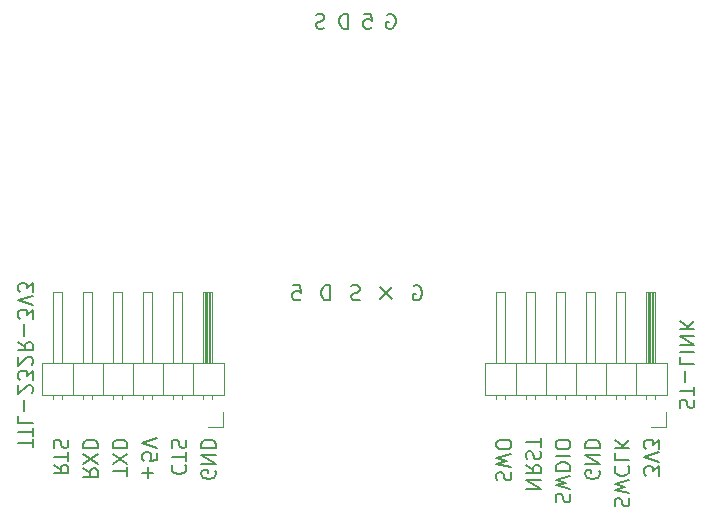
<source format=gbo>
G04 #@! TF.GenerationSoftware,KiCad,Pcbnew,(5.0.2)-1*
G04 #@! TF.CreationDate,2020-05-05T14:41:23+09:00*
G04 #@! TF.ProjectId,Ground,47726f75-6e64-42e6-9b69-6361645f7063,rev?*
G04 #@! TF.SameCoordinates,Original*
G04 #@! TF.FileFunction,Legend,Bot*
G04 #@! TF.FilePolarity,Positive*
%FSLAX46Y46*%
G04 Gerber Fmt 4.6, Leading zero omitted, Abs format (unit mm)*
G04 Created by KiCad (PCBNEW (5.0.2)-1) date 2020/05/05 14:41:23*
%MOMM*%
%LPD*%
G01*
G04 APERTURE LIST*
%ADD10C,0.200000*%
%ADD11C,0.120000*%
G04 APERTURE END LIST*
D10*
X133100000Y-94425000D02*
X132100000Y-95425000D01*
X132100000Y-94425000D02*
X133100000Y-95425000D01*
X127827380Y-95565476D02*
X127827380Y-94315476D01*
X127529761Y-94315476D01*
X127351190Y-94375000D01*
X127232142Y-94494047D01*
X127172619Y-94613095D01*
X127113095Y-94851190D01*
X127113095Y-95029761D01*
X127172619Y-95267857D01*
X127232142Y-95386904D01*
X127351190Y-95505952D01*
X127529761Y-95565476D01*
X127827380Y-95565476D01*
X130357142Y-95505952D02*
X130178571Y-95565476D01*
X129880952Y-95565476D01*
X129761904Y-95505952D01*
X129702380Y-95446428D01*
X129642857Y-95327380D01*
X129642857Y-95208333D01*
X129702380Y-95089285D01*
X129761904Y-95029761D01*
X129880952Y-94970238D01*
X130119047Y-94910714D01*
X130238095Y-94851190D01*
X130297619Y-94791666D01*
X130357142Y-94672619D01*
X130357142Y-94553571D01*
X130297619Y-94434523D01*
X130238095Y-94375000D01*
X130119047Y-94315476D01*
X129821428Y-94315476D01*
X129642857Y-94375000D01*
X124702380Y-94315476D02*
X125297619Y-94315476D01*
X125357142Y-94910714D01*
X125297619Y-94851190D01*
X125178571Y-94791666D01*
X124880952Y-94791666D01*
X124761904Y-94851190D01*
X124702380Y-94910714D01*
X124642857Y-95029761D01*
X124642857Y-95327380D01*
X124702380Y-95446428D01*
X124761904Y-95505952D01*
X124880952Y-95565476D01*
X125178571Y-95565476D01*
X125297619Y-95505952D01*
X125357142Y-95446428D01*
X134922619Y-94375000D02*
X135041666Y-94315476D01*
X135220238Y-94315476D01*
X135398809Y-94375000D01*
X135517857Y-94494047D01*
X135577380Y-94613095D01*
X135636904Y-94851190D01*
X135636904Y-95029761D01*
X135577380Y-95267857D01*
X135517857Y-95386904D01*
X135398809Y-95505952D01*
X135220238Y-95565476D01*
X135101190Y-95565476D01*
X134922619Y-95505952D01*
X134863095Y-95446428D01*
X134863095Y-95029761D01*
X135101190Y-95029761D01*
X132672619Y-71375000D02*
X132791666Y-71315476D01*
X132970238Y-71315476D01*
X133148809Y-71375000D01*
X133267857Y-71494047D01*
X133327380Y-71613095D01*
X133386904Y-71851190D01*
X133386904Y-72029761D01*
X133327380Y-72267857D01*
X133267857Y-72386904D01*
X133148809Y-72505952D01*
X132970238Y-72565476D01*
X132851190Y-72565476D01*
X132672619Y-72505952D01*
X132613095Y-72446428D01*
X132613095Y-72029761D01*
X132851190Y-72029761D01*
X130702380Y-71315476D02*
X131297619Y-71315476D01*
X131357142Y-71910714D01*
X131297619Y-71851190D01*
X131178571Y-71791666D01*
X130880952Y-71791666D01*
X130761904Y-71851190D01*
X130702380Y-71910714D01*
X130642857Y-72029761D01*
X130642857Y-72327380D01*
X130702380Y-72446428D01*
X130761904Y-72505952D01*
X130880952Y-72565476D01*
X131178571Y-72565476D01*
X131297619Y-72505952D01*
X131357142Y-72446428D01*
X129327380Y-72565476D02*
X129327380Y-71315476D01*
X129029761Y-71315476D01*
X128851190Y-71375000D01*
X128732142Y-71494047D01*
X128672619Y-71613095D01*
X128613095Y-71851190D01*
X128613095Y-72029761D01*
X128672619Y-72267857D01*
X128732142Y-72386904D01*
X128851190Y-72505952D01*
X129029761Y-72565476D01*
X129327380Y-72565476D01*
X127357142Y-72505952D02*
X127178571Y-72565476D01*
X126880952Y-72565476D01*
X126761904Y-72505952D01*
X126702380Y-72446428D01*
X126642857Y-72327380D01*
X126642857Y-72208333D01*
X126702380Y-72089285D01*
X126761904Y-72029761D01*
X126880952Y-71970238D01*
X127119047Y-71910714D01*
X127238095Y-71851190D01*
X127297619Y-71791666D01*
X127357142Y-71672619D01*
X127357142Y-71553571D01*
X127297619Y-71434523D01*
X127238095Y-71375000D01*
X127119047Y-71315476D01*
X126821428Y-71315476D01*
X126642857Y-71375000D01*
X110684523Y-110403809D02*
X110684523Y-109689523D01*
X109434523Y-110046666D02*
X110684523Y-110046666D01*
X110684523Y-109391904D02*
X109434523Y-108558571D01*
X110684523Y-108558571D02*
X109434523Y-109391904D01*
X109434523Y-108082380D02*
X110684523Y-108082380D01*
X110684523Y-107784761D01*
X110625000Y-107606190D01*
X110505952Y-107487142D01*
X110386904Y-107427619D01*
X110148809Y-107368095D01*
X109970238Y-107368095D01*
X109732142Y-107427619D01*
X109613095Y-107487142D01*
X109494047Y-107606190D01*
X109434523Y-107784761D01*
X109434523Y-108082380D01*
X151994047Y-113022857D02*
X151934523Y-112844285D01*
X151934523Y-112546666D01*
X151994047Y-112427619D01*
X152053571Y-112368095D01*
X152172619Y-112308571D01*
X152291666Y-112308571D01*
X152410714Y-112368095D01*
X152470238Y-112427619D01*
X152529761Y-112546666D01*
X152589285Y-112784761D01*
X152648809Y-112903809D01*
X152708333Y-112963333D01*
X152827380Y-113022857D01*
X152946428Y-113022857D01*
X153065476Y-112963333D01*
X153125000Y-112903809D01*
X153184523Y-112784761D01*
X153184523Y-112487142D01*
X153125000Y-112308571D01*
X153184523Y-111891904D02*
X151934523Y-111594285D01*
X152827380Y-111356190D01*
X151934523Y-111118095D01*
X153184523Y-110820476D01*
X152053571Y-109630000D02*
X151994047Y-109689523D01*
X151934523Y-109868095D01*
X151934523Y-109987142D01*
X151994047Y-110165714D01*
X152113095Y-110284761D01*
X152232142Y-110344285D01*
X152470238Y-110403809D01*
X152648809Y-110403809D01*
X152886904Y-110344285D01*
X153005952Y-110284761D01*
X153125000Y-110165714D01*
X153184523Y-109987142D01*
X153184523Y-109868095D01*
X153125000Y-109689523D01*
X153065476Y-109630000D01*
X151934523Y-108499047D02*
X151934523Y-109094285D01*
X153184523Y-109094285D01*
X151934523Y-108082380D02*
X153184523Y-108082380D01*
X151934523Y-107368095D02*
X152648809Y-107903809D01*
X153184523Y-107368095D02*
X152470238Y-108082380D01*
X141994047Y-110820476D02*
X141934523Y-110641904D01*
X141934523Y-110344285D01*
X141994047Y-110225238D01*
X142053571Y-110165714D01*
X142172619Y-110106190D01*
X142291666Y-110106190D01*
X142410714Y-110165714D01*
X142470238Y-110225238D01*
X142529761Y-110344285D01*
X142589285Y-110582380D01*
X142648809Y-110701428D01*
X142708333Y-110760952D01*
X142827380Y-110820476D01*
X142946428Y-110820476D01*
X143065476Y-110760952D01*
X143125000Y-110701428D01*
X143184523Y-110582380D01*
X143184523Y-110284761D01*
X143125000Y-110106190D01*
X143184523Y-109689523D02*
X141934523Y-109391904D01*
X142827380Y-109153809D01*
X141934523Y-108915714D01*
X143184523Y-108618095D01*
X143184523Y-107903809D02*
X143184523Y-107665714D01*
X143125000Y-107546666D01*
X143005952Y-107427619D01*
X142767857Y-107368095D01*
X142351190Y-107368095D01*
X142113095Y-107427619D01*
X141994047Y-107546666D01*
X141934523Y-107665714D01*
X141934523Y-107903809D01*
X141994047Y-108022857D01*
X142113095Y-108141904D01*
X142351190Y-108201428D01*
X142767857Y-108201428D01*
X143005952Y-108141904D01*
X143125000Y-108022857D01*
X143184523Y-107903809D01*
X144434523Y-111534761D02*
X145684523Y-111534761D01*
X144434523Y-110820476D01*
X145684523Y-110820476D01*
X144434523Y-109510952D02*
X145029761Y-109927619D01*
X144434523Y-110225238D02*
X145684523Y-110225238D01*
X145684523Y-109749047D01*
X145625000Y-109630000D01*
X145565476Y-109570476D01*
X145446428Y-109510952D01*
X145267857Y-109510952D01*
X145148809Y-109570476D01*
X145089285Y-109630000D01*
X145029761Y-109749047D01*
X145029761Y-110225238D01*
X144494047Y-109034761D02*
X144434523Y-108856190D01*
X144434523Y-108558571D01*
X144494047Y-108439523D01*
X144553571Y-108380000D01*
X144672619Y-108320476D01*
X144791666Y-108320476D01*
X144910714Y-108380000D01*
X144970238Y-108439523D01*
X145029761Y-108558571D01*
X145089285Y-108796666D01*
X145148809Y-108915714D01*
X145208333Y-108975238D01*
X145327380Y-109034761D01*
X145446428Y-109034761D01*
X145565476Y-108975238D01*
X145625000Y-108915714D01*
X145684523Y-108796666D01*
X145684523Y-108499047D01*
X145625000Y-108320476D01*
X145684523Y-107963333D02*
X145684523Y-107249047D01*
X144434523Y-107606190D02*
X145684523Y-107606190D01*
X146994047Y-112665714D02*
X146934523Y-112487142D01*
X146934523Y-112189523D01*
X146994047Y-112070476D01*
X147053571Y-112010952D01*
X147172619Y-111951428D01*
X147291666Y-111951428D01*
X147410714Y-112010952D01*
X147470238Y-112070476D01*
X147529761Y-112189523D01*
X147589285Y-112427619D01*
X147648809Y-112546666D01*
X147708333Y-112606190D01*
X147827380Y-112665714D01*
X147946428Y-112665714D01*
X148065476Y-112606190D01*
X148125000Y-112546666D01*
X148184523Y-112427619D01*
X148184523Y-112130000D01*
X148125000Y-111951428D01*
X148184523Y-111534761D02*
X146934523Y-111237142D01*
X147827380Y-110999047D01*
X146934523Y-110760952D01*
X148184523Y-110463333D01*
X146934523Y-109987142D02*
X148184523Y-109987142D01*
X148184523Y-109689523D01*
X148125000Y-109510952D01*
X148005952Y-109391904D01*
X147886904Y-109332380D01*
X147648809Y-109272857D01*
X147470238Y-109272857D01*
X147232142Y-109332380D01*
X147113095Y-109391904D01*
X146994047Y-109510952D01*
X146934523Y-109689523D01*
X146934523Y-109987142D01*
X146934523Y-108737142D02*
X148184523Y-108737142D01*
X148184523Y-107903809D02*
X148184523Y-107665714D01*
X148125000Y-107546666D01*
X148005952Y-107427619D01*
X147767857Y-107368095D01*
X147351190Y-107368095D01*
X147113095Y-107427619D01*
X146994047Y-107546666D01*
X146934523Y-107665714D01*
X146934523Y-107903809D01*
X146994047Y-108022857D01*
X147113095Y-108141904D01*
X147351190Y-108201428D01*
X147767857Y-108201428D01*
X148005952Y-108141904D01*
X148125000Y-108022857D01*
X148184523Y-107903809D01*
X150625000Y-109987142D02*
X150684523Y-110106190D01*
X150684523Y-110284761D01*
X150625000Y-110463333D01*
X150505952Y-110582380D01*
X150386904Y-110641904D01*
X150148809Y-110701428D01*
X149970238Y-110701428D01*
X149732142Y-110641904D01*
X149613095Y-110582380D01*
X149494047Y-110463333D01*
X149434523Y-110284761D01*
X149434523Y-110165714D01*
X149494047Y-109987142D01*
X149553571Y-109927619D01*
X149970238Y-109927619D01*
X149970238Y-110165714D01*
X149434523Y-109391904D02*
X150684523Y-109391904D01*
X149434523Y-108677619D01*
X150684523Y-108677619D01*
X149434523Y-108082380D02*
X150684523Y-108082380D01*
X150684523Y-107784761D01*
X150625000Y-107606190D01*
X150505952Y-107487142D01*
X150386904Y-107427619D01*
X150148809Y-107368095D01*
X149970238Y-107368095D01*
X149732142Y-107427619D01*
X149613095Y-107487142D01*
X149494047Y-107606190D01*
X149434523Y-107784761D01*
X149434523Y-108082380D01*
X155684523Y-110403809D02*
X155684523Y-109630000D01*
X155208333Y-110046666D01*
X155208333Y-109868095D01*
X155148809Y-109749047D01*
X155089285Y-109689523D01*
X154970238Y-109630000D01*
X154672619Y-109630000D01*
X154553571Y-109689523D01*
X154494047Y-109749047D01*
X154434523Y-109868095D01*
X154434523Y-110225238D01*
X154494047Y-110344285D01*
X154553571Y-110403809D01*
X155684523Y-109272857D02*
X154434523Y-108856190D01*
X155684523Y-108439523D01*
X155684523Y-108141904D02*
X155684523Y-107368095D01*
X155208333Y-107784761D01*
X155208333Y-107606190D01*
X155148809Y-107487142D01*
X155089285Y-107427619D01*
X154970238Y-107368095D01*
X154672619Y-107368095D01*
X154553571Y-107427619D01*
X154494047Y-107487142D01*
X154434523Y-107606190D01*
X154434523Y-107963333D01*
X154494047Y-108082380D01*
X154553571Y-108141904D01*
X114553571Y-109510952D02*
X114494047Y-109570476D01*
X114434523Y-109749047D01*
X114434523Y-109868095D01*
X114494047Y-110046666D01*
X114613095Y-110165714D01*
X114732142Y-110225238D01*
X114970238Y-110284761D01*
X115148809Y-110284761D01*
X115386904Y-110225238D01*
X115505952Y-110165714D01*
X115625000Y-110046666D01*
X115684523Y-109868095D01*
X115684523Y-109749047D01*
X115625000Y-109570476D01*
X115565476Y-109510952D01*
X115684523Y-109153809D02*
X115684523Y-108439523D01*
X114434523Y-108796666D02*
X115684523Y-108796666D01*
X114494047Y-108082380D02*
X114434523Y-107903809D01*
X114434523Y-107606190D01*
X114494047Y-107487142D01*
X114553571Y-107427619D01*
X114672619Y-107368095D01*
X114791666Y-107368095D01*
X114910714Y-107427619D01*
X114970238Y-107487142D01*
X115029761Y-107606190D01*
X115089285Y-107844285D01*
X115148809Y-107963333D01*
X115208333Y-108022857D01*
X115327380Y-108082380D01*
X115446428Y-108082380D01*
X115565476Y-108022857D01*
X115625000Y-107963333D01*
X115684523Y-107844285D01*
X115684523Y-107546666D01*
X115625000Y-107368095D01*
X104434523Y-109510952D02*
X105029761Y-109927619D01*
X104434523Y-110225238D02*
X105684523Y-110225238D01*
X105684523Y-109749047D01*
X105625000Y-109630000D01*
X105565476Y-109570476D01*
X105446428Y-109510952D01*
X105267857Y-109510952D01*
X105148809Y-109570476D01*
X105089285Y-109630000D01*
X105029761Y-109749047D01*
X105029761Y-110225238D01*
X105684523Y-109153809D02*
X105684523Y-108439523D01*
X104434523Y-108796666D02*
X105684523Y-108796666D01*
X104494047Y-108082380D02*
X104434523Y-107903809D01*
X104434523Y-107606190D01*
X104494047Y-107487142D01*
X104553571Y-107427619D01*
X104672619Y-107368095D01*
X104791666Y-107368095D01*
X104910714Y-107427619D01*
X104970238Y-107487142D01*
X105029761Y-107606190D01*
X105089285Y-107844285D01*
X105148809Y-107963333D01*
X105208333Y-108022857D01*
X105327380Y-108082380D01*
X105446428Y-108082380D01*
X105565476Y-108022857D01*
X105625000Y-107963333D01*
X105684523Y-107844285D01*
X105684523Y-107546666D01*
X105625000Y-107368095D01*
X118125000Y-109987142D02*
X118184523Y-110106190D01*
X118184523Y-110284761D01*
X118125000Y-110463333D01*
X118005952Y-110582380D01*
X117886904Y-110641904D01*
X117648809Y-110701428D01*
X117470238Y-110701428D01*
X117232142Y-110641904D01*
X117113095Y-110582380D01*
X116994047Y-110463333D01*
X116934523Y-110284761D01*
X116934523Y-110165714D01*
X116994047Y-109987142D01*
X117053571Y-109927619D01*
X117470238Y-109927619D01*
X117470238Y-110165714D01*
X116934523Y-109391904D02*
X118184523Y-109391904D01*
X116934523Y-108677619D01*
X118184523Y-108677619D01*
X116934523Y-108082380D02*
X118184523Y-108082380D01*
X118184523Y-107784761D01*
X118125000Y-107606190D01*
X118005952Y-107487142D01*
X117886904Y-107427619D01*
X117648809Y-107368095D01*
X117470238Y-107368095D01*
X117232142Y-107427619D01*
X117113095Y-107487142D01*
X116994047Y-107606190D01*
X116934523Y-107784761D01*
X116934523Y-108082380D01*
X112410714Y-110641904D02*
X112410714Y-109689523D01*
X111934523Y-110165714D02*
X112886904Y-110165714D01*
X113184523Y-108499047D02*
X113184523Y-109094285D01*
X112589285Y-109153809D01*
X112648809Y-109094285D01*
X112708333Y-108975238D01*
X112708333Y-108677619D01*
X112648809Y-108558571D01*
X112589285Y-108499047D01*
X112470238Y-108439523D01*
X112172619Y-108439523D01*
X112053571Y-108499047D01*
X111994047Y-108558571D01*
X111934523Y-108677619D01*
X111934523Y-108975238D01*
X111994047Y-109094285D01*
X112053571Y-109153809D01*
X113184523Y-108082380D02*
X111934523Y-107665714D01*
X113184523Y-107249047D01*
X106934523Y-109808571D02*
X107529761Y-110225238D01*
X106934523Y-110522857D02*
X108184523Y-110522857D01*
X108184523Y-110046666D01*
X108125000Y-109927619D01*
X108065476Y-109868095D01*
X107946428Y-109808571D01*
X107767857Y-109808571D01*
X107648809Y-109868095D01*
X107589285Y-109927619D01*
X107529761Y-110046666D01*
X107529761Y-110522857D01*
X108184523Y-109391904D02*
X106934523Y-108558571D01*
X108184523Y-108558571D02*
X106934523Y-109391904D01*
X106934523Y-108082380D02*
X108184523Y-108082380D01*
X108184523Y-107784761D01*
X108125000Y-107606190D01*
X108005952Y-107487142D01*
X107886904Y-107427619D01*
X107648809Y-107368095D01*
X107470238Y-107368095D01*
X107232142Y-107427619D01*
X107113095Y-107487142D01*
X106994047Y-107606190D01*
X106934523Y-107784761D01*
X106934523Y-108082380D01*
X102684523Y-108023809D02*
X102684523Y-107309523D01*
X101434523Y-107666666D02*
X102684523Y-107666666D01*
X102684523Y-107071428D02*
X102684523Y-106357142D01*
X101434523Y-106714285D02*
X102684523Y-106714285D01*
X101434523Y-105345238D02*
X101434523Y-105940476D01*
X102684523Y-105940476D01*
X101910714Y-104928571D02*
X101910714Y-103976190D01*
X102565476Y-103440476D02*
X102625000Y-103380952D01*
X102684523Y-103261904D01*
X102684523Y-102964285D01*
X102625000Y-102845238D01*
X102565476Y-102785714D01*
X102446428Y-102726190D01*
X102327380Y-102726190D01*
X102148809Y-102785714D01*
X101434523Y-103500000D01*
X101434523Y-102726190D01*
X102684523Y-102309523D02*
X102684523Y-101535714D01*
X102208333Y-101952380D01*
X102208333Y-101773809D01*
X102148809Y-101654761D01*
X102089285Y-101595238D01*
X101970238Y-101535714D01*
X101672619Y-101535714D01*
X101553571Y-101595238D01*
X101494047Y-101654761D01*
X101434523Y-101773809D01*
X101434523Y-102130952D01*
X101494047Y-102250000D01*
X101553571Y-102309523D01*
X102565476Y-101059523D02*
X102625000Y-101000000D01*
X102684523Y-100880952D01*
X102684523Y-100583333D01*
X102625000Y-100464285D01*
X102565476Y-100404761D01*
X102446428Y-100345238D01*
X102327380Y-100345238D01*
X102148809Y-100404761D01*
X101434523Y-101119047D01*
X101434523Y-100345238D01*
X101434523Y-99095238D02*
X102029761Y-99511904D01*
X101434523Y-99809523D02*
X102684523Y-99809523D01*
X102684523Y-99333333D01*
X102625000Y-99214285D01*
X102565476Y-99154761D01*
X102446428Y-99095238D01*
X102267857Y-99095238D01*
X102148809Y-99154761D01*
X102089285Y-99214285D01*
X102029761Y-99333333D01*
X102029761Y-99809523D01*
X101910714Y-98559523D02*
X101910714Y-97607142D01*
X102684523Y-97130952D02*
X102684523Y-96357142D01*
X102208333Y-96773809D01*
X102208333Y-96595238D01*
X102148809Y-96476190D01*
X102089285Y-96416666D01*
X101970238Y-96357142D01*
X101672619Y-96357142D01*
X101553571Y-96416666D01*
X101494047Y-96476190D01*
X101434523Y-96595238D01*
X101434523Y-96952380D01*
X101494047Y-97071428D01*
X101553571Y-97130952D01*
X102684523Y-96000000D02*
X101434523Y-95583333D01*
X102684523Y-95166666D01*
X102684523Y-94869047D02*
X102684523Y-94095238D01*
X102208333Y-94511904D01*
X102208333Y-94333333D01*
X102148809Y-94214285D01*
X102089285Y-94154761D01*
X101970238Y-94095238D01*
X101672619Y-94095238D01*
X101553571Y-94154761D01*
X101494047Y-94214285D01*
X101434523Y-94333333D01*
X101434523Y-94690476D01*
X101494047Y-94809523D01*
X101553571Y-94869047D01*
X157494047Y-104690476D02*
X157434523Y-104511904D01*
X157434523Y-104214285D01*
X157494047Y-104095238D01*
X157553571Y-104035714D01*
X157672619Y-103976190D01*
X157791666Y-103976190D01*
X157910714Y-104035714D01*
X157970238Y-104095238D01*
X158029761Y-104214285D01*
X158089285Y-104452380D01*
X158148809Y-104571428D01*
X158208333Y-104630952D01*
X158327380Y-104690476D01*
X158446428Y-104690476D01*
X158565476Y-104630952D01*
X158625000Y-104571428D01*
X158684523Y-104452380D01*
X158684523Y-104154761D01*
X158625000Y-103976190D01*
X158684523Y-103619047D02*
X158684523Y-102904761D01*
X157434523Y-103261904D02*
X158684523Y-103261904D01*
X157910714Y-102488095D02*
X157910714Y-101535714D01*
X157434523Y-100345238D02*
X157434523Y-100940476D01*
X158684523Y-100940476D01*
X157434523Y-99928571D02*
X158684523Y-99928571D01*
X157434523Y-99333333D02*
X158684523Y-99333333D01*
X157434523Y-98619047D01*
X158684523Y-98619047D01*
X157434523Y-98023809D02*
X158684523Y-98023809D01*
X157434523Y-97309523D02*
X158148809Y-97845238D01*
X158684523Y-97309523D02*
X157970238Y-98023809D01*
D11*
G04 #@! TO.C,CN7*
X156270000Y-106270000D02*
X156270000Y-105000000D01*
X155000000Y-106270000D02*
X156270000Y-106270000D01*
X141920000Y-103957071D02*
X141920000Y-103560000D01*
X142680000Y-103957071D02*
X142680000Y-103560000D01*
X141920000Y-94900000D02*
X141920000Y-100900000D01*
X142680000Y-94900000D02*
X141920000Y-94900000D01*
X142680000Y-100900000D02*
X142680000Y-94900000D01*
X143570000Y-103560000D02*
X143570000Y-100900000D01*
X144460000Y-103957071D02*
X144460000Y-103560000D01*
X145220000Y-103957071D02*
X145220000Y-103560000D01*
X144460000Y-94900000D02*
X144460000Y-100900000D01*
X145220000Y-94900000D02*
X144460000Y-94900000D01*
X145220000Y-100900000D02*
X145220000Y-94900000D01*
X146110000Y-103560000D02*
X146110000Y-100900000D01*
X147000000Y-103957071D02*
X147000000Y-103560000D01*
X147760000Y-103957071D02*
X147760000Y-103560000D01*
X147000000Y-94900000D02*
X147000000Y-100900000D01*
X147760000Y-94900000D02*
X147000000Y-94900000D01*
X147760000Y-100900000D02*
X147760000Y-94900000D01*
X148650000Y-103560000D02*
X148650000Y-100900000D01*
X149540000Y-103957071D02*
X149540000Y-103560000D01*
X150300000Y-103957071D02*
X150300000Y-103560000D01*
X149540000Y-94900000D02*
X149540000Y-100900000D01*
X150300000Y-94900000D02*
X149540000Y-94900000D01*
X150300000Y-100900000D02*
X150300000Y-94900000D01*
X151190000Y-103560000D02*
X151190000Y-100900000D01*
X152080000Y-103957071D02*
X152080000Y-103560000D01*
X152840000Y-103957071D02*
X152840000Y-103560000D01*
X152080000Y-94900000D02*
X152080000Y-100900000D01*
X152840000Y-94900000D02*
X152080000Y-94900000D01*
X152840000Y-100900000D02*
X152840000Y-94900000D01*
X153730000Y-103560000D02*
X153730000Y-100900000D01*
X154620000Y-103890000D02*
X154620000Y-103560000D01*
X155380000Y-103890000D02*
X155380000Y-103560000D01*
X154720000Y-100900000D02*
X154720000Y-94900000D01*
X154840000Y-100900000D02*
X154840000Y-94900000D01*
X154960000Y-100900000D02*
X154960000Y-94900000D01*
X155080000Y-100900000D02*
X155080000Y-94900000D01*
X155200000Y-100900000D02*
X155200000Y-94900000D01*
X155320000Y-100900000D02*
X155320000Y-94900000D01*
X154620000Y-94900000D02*
X154620000Y-100900000D01*
X155380000Y-94900000D02*
X154620000Y-94900000D01*
X155380000Y-100900000D02*
X155380000Y-94900000D01*
X156330000Y-100900000D02*
X156330000Y-103560000D01*
X140970000Y-100900000D02*
X156330000Y-100900000D01*
X140970000Y-103560000D02*
X140970000Y-100900000D01*
X156330000Y-103560000D02*
X140970000Y-103560000D01*
G04 #@! TO.C,CN6*
X118830000Y-103560000D02*
X103470000Y-103560000D01*
X103470000Y-103560000D02*
X103470000Y-100900000D01*
X103470000Y-100900000D02*
X118830000Y-100900000D01*
X118830000Y-100900000D02*
X118830000Y-103560000D01*
X117880000Y-100900000D02*
X117880000Y-94900000D01*
X117880000Y-94900000D02*
X117120000Y-94900000D01*
X117120000Y-94900000D02*
X117120000Y-100900000D01*
X117820000Y-100900000D02*
X117820000Y-94900000D01*
X117700000Y-100900000D02*
X117700000Y-94900000D01*
X117580000Y-100900000D02*
X117580000Y-94900000D01*
X117460000Y-100900000D02*
X117460000Y-94900000D01*
X117340000Y-100900000D02*
X117340000Y-94900000D01*
X117220000Y-100900000D02*
X117220000Y-94900000D01*
X117880000Y-103890000D02*
X117880000Y-103560000D01*
X117120000Y-103890000D02*
X117120000Y-103560000D01*
X116230000Y-103560000D02*
X116230000Y-100900000D01*
X115340000Y-100900000D02*
X115340000Y-94900000D01*
X115340000Y-94900000D02*
X114580000Y-94900000D01*
X114580000Y-94900000D02*
X114580000Y-100900000D01*
X115340000Y-103957071D02*
X115340000Y-103560000D01*
X114580000Y-103957071D02*
X114580000Y-103560000D01*
X113690000Y-103560000D02*
X113690000Y-100900000D01*
X112800000Y-100900000D02*
X112800000Y-94900000D01*
X112800000Y-94900000D02*
X112040000Y-94900000D01*
X112040000Y-94900000D02*
X112040000Y-100900000D01*
X112800000Y-103957071D02*
X112800000Y-103560000D01*
X112040000Y-103957071D02*
X112040000Y-103560000D01*
X111150000Y-103560000D02*
X111150000Y-100900000D01*
X110260000Y-100900000D02*
X110260000Y-94900000D01*
X110260000Y-94900000D02*
X109500000Y-94900000D01*
X109500000Y-94900000D02*
X109500000Y-100900000D01*
X110260000Y-103957071D02*
X110260000Y-103560000D01*
X109500000Y-103957071D02*
X109500000Y-103560000D01*
X108610000Y-103560000D02*
X108610000Y-100900000D01*
X107720000Y-100900000D02*
X107720000Y-94900000D01*
X107720000Y-94900000D02*
X106960000Y-94900000D01*
X106960000Y-94900000D02*
X106960000Y-100900000D01*
X107720000Y-103957071D02*
X107720000Y-103560000D01*
X106960000Y-103957071D02*
X106960000Y-103560000D01*
X106070000Y-103560000D02*
X106070000Y-100900000D01*
X105180000Y-100900000D02*
X105180000Y-94900000D01*
X105180000Y-94900000D02*
X104420000Y-94900000D01*
X104420000Y-94900000D02*
X104420000Y-100900000D01*
X105180000Y-103957071D02*
X105180000Y-103560000D01*
X104420000Y-103957071D02*
X104420000Y-103560000D01*
X117500000Y-106270000D02*
X118770000Y-106270000D01*
X118770000Y-106270000D02*
X118770000Y-105000000D01*
G04 #@! TD*
M02*

</source>
